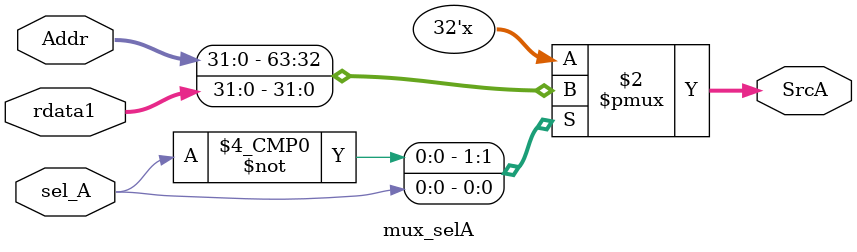
<source format=sv>
module mux_selA(
    input logic sel_A,   // from controller
    input logic[31:0] rdata1,
    input logic [31:0] Addr,
    output logic[31:0] SrcA
);

always_comb begin
    case(sel_A)
        1'b0 : SrcA = Addr;
        1'b1 : SrcA = rdata1;
    endcase
end
endmodule

</source>
